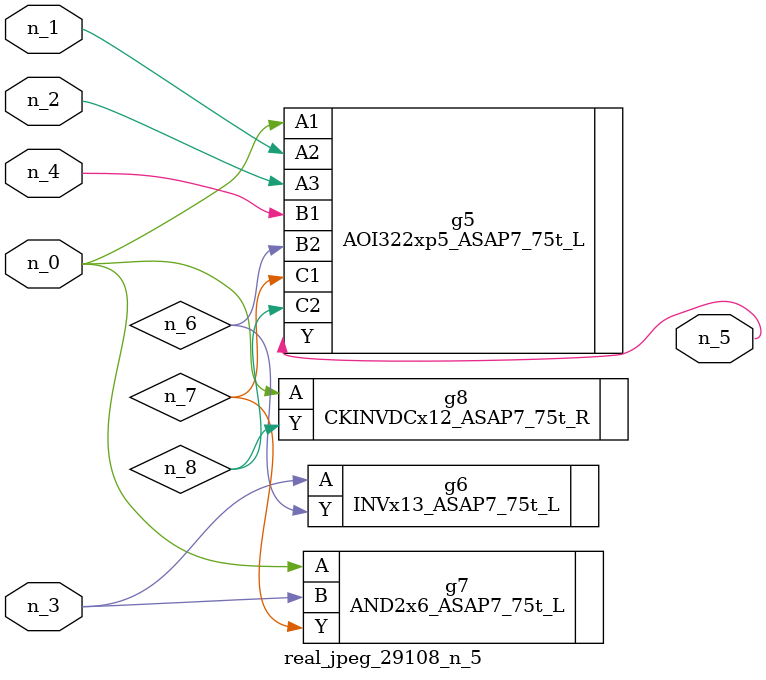
<source format=v>
module real_jpeg_29108_n_5 (n_4, n_0, n_1, n_2, n_3, n_5);

input n_4;
input n_0;
input n_1;
input n_2;
input n_3;

output n_5;

wire n_8;
wire n_6;
wire n_7;

AOI322xp5_ASAP7_75t_L g5 ( 
.A1(n_0),
.A2(n_1),
.A3(n_2),
.B1(n_4),
.B2(n_6),
.C1(n_7),
.C2(n_8),
.Y(n_5)
);

AND2x6_ASAP7_75t_L g7 ( 
.A(n_0),
.B(n_3),
.Y(n_7)
);

CKINVDCx12_ASAP7_75t_R g8 ( 
.A(n_0),
.Y(n_8)
);

INVx13_ASAP7_75t_L g6 ( 
.A(n_3),
.Y(n_6)
);


endmodule
</source>
